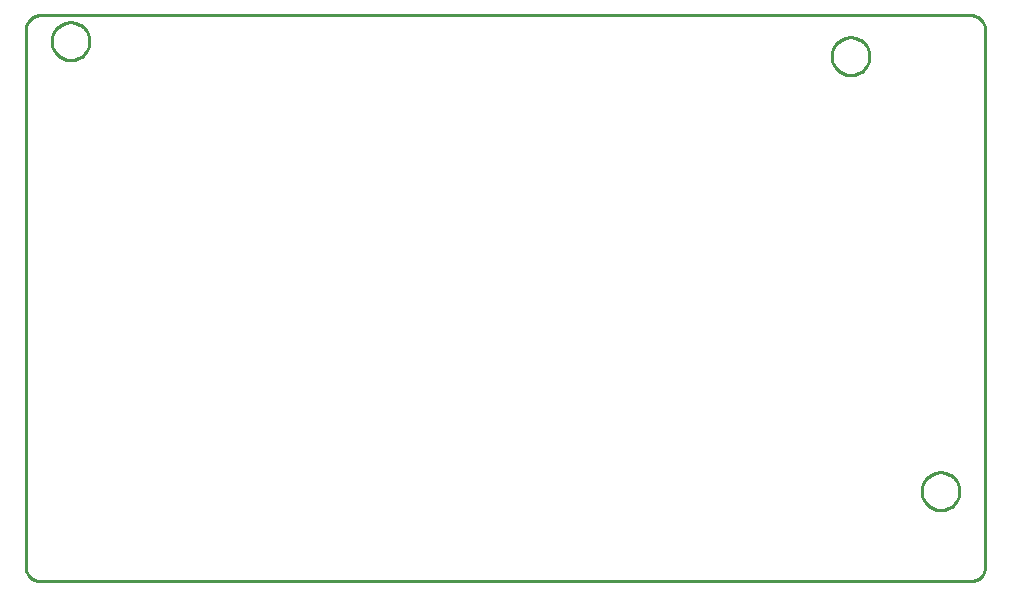
<source format=gbr>
G04 EAGLE Gerber RS-274X export*
G75*
%MOMM*%
%FSLAX34Y34*%
%LPD*%
%IN*%
%IPPOS*%
%AMOC8*
5,1,8,0,0,1.08239X$1,22.5*%
G01*
%ADD10C,0.254000*%


D10*
X0Y12700D02*
X48Y11593D01*
X193Y10495D01*
X433Y9413D01*
X766Y8356D01*
X1190Y7333D01*
X1701Y6350D01*
X2297Y5416D01*
X2971Y4537D01*
X3720Y3720D01*
X4537Y2971D01*
X5416Y2297D01*
X6350Y1701D01*
X7333Y1190D01*
X8356Y766D01*
X9413Y433D01*
X10495Y193D01*
X11593Y48D01*
X12700Y0D01*
X799900Y0D01*
X801007Y48D01*
X802105Y193D01*
X803187Y433D01*
X804244Y766D01*
X805267Y1190D01*
X806250Y1701D01*
X807184Y2297D01*
X808063Y2971D01*
X808880Y3720D01*
X809629Y4537D01*
X810303Y5416D01*
X810899Y6350D01*
X811410Y7333D01*
X811834Y8356D01*
X812167Y9413D01*
X812407Y10495D01*
X812552Y11593D01*
X812600Y12700D01*
X812600Y466600D01*
X812552Y467707D01*
X812407Y468805D01*
X812167Y469887D01*
X811834Y470944D01*
X811410Y471967D01*
X810899Y472950D01*
X810303Y473884D01*
X809629Y474763D01*
X808880Y475580D01*
X808063Y476329D01*
X807184Y477003D01*
X806250Y477599D01*
X805267Y478110D01*
X804244Y478534D01*
X803187Y478867D01*
X802105Y479107D01*
X801007Y479252D01*
X799900Y479300D01*
X12700Y479300D01*
X11593Y479252D01*
X10495Y479107D01*
X9413Y478867D01*
X8356Y478534D01*
X7333Y478110D01*
X6350Y477599D01*
X5416Y477003D01*
X4537Y476329D01*
X3720Y475580D01*
X2971Y474763D01*
X2297Y473884D01*
X1701Y472950D01*
X1190Y471967D01*
X766Y470944D01*
X433Y469887D01*
X193Y468805D01*
X48Y467707D01*
X0Y466600D01*
X0Y12700D01*
X54100Y456676D02*
X54032Y455631D01*
X53895Y454592D01*
X53690Y453565D01*
X53419Y452553D01*
X53083Y451561D01*
X52682Y450593D01*
X52218Y449654D01*
X51695Y448746D01*
X51113Y447875D01*
X50475Y447044D01*
X49784Y446257D01*
X49043Y445516D01*
X48256Y444825D01*
X47425Y444188D01*
X46554Y443606D01*
X45646Y443082D01*
X44707Y442618D01*
X43739Y442217D01*
X42747Y441881D01*
X41735Y441610D01*
X40708Y441405D01*
X39669Y441269D01*
X38624Y441200D01*
X37576Y441200D01*
X36531Y441269D01*
X35492Y441405D01*
X34465Y441610D01*
X33453Y441881D01*
X32461Y442217D01*
X31493Y442618D01*
X30554Y443082D01*
X29646Y443606D01*
X28775Y444188D01*
X27944Y444825D01*
X27157Y445516D01*
X26416Y446257D01*
X25725Y447044D01*
X25088Y447875D01*
X24506Y448746D01*
X23982Y449654D01*
X23518Y450593D01*
X23117Y451561D01*
X22781Y452553D01*
X22510Y453565D01*
X22305Y454592D01*
X22169Y455631D01*
X22100Y456676D01*
X22100Y457724D01*
X22169Y458769D01*
X22305Y459808D01*
X22510Y460835D01*
X22781Y461847D01*
X23117Y462839D01*
X23518Y463807D01*
X23982Y464746D01*
X24506Y465654D01*
X25088Y466525D01*
X25725Y467356D01*
X26416Y468143D01*
X27157Y468884D01*
X27944Y469575D01*
X28775Y470213D01*
X29646Y470795D01*
X30554Y471318D01*
X31493Y471782D01*
X32461Y472183D01*
X33453Y472519D01*
X34465Y472790D01*
X35492Y472995D01*
X36531Y473132D01*
X37576Y473200D01*
X38624Y473200D01*
X39669Y473132D01*
X40708Y472995D01*
X41735Y472790D01*
X42747Y472519D01*
X43739Y472183D01*
X44707Y471782D01*
X45646Y471318D01*
X46554Y470795D01*
X47425Y470213D01*
X48256Y469575D01*
X49043Y468884D01*
X49784Y468143D01*
X50475Y467356D01*
X51113Y466525D01*
X51695Y465654D01*
X52218Y464746D01*
X52682Y463807D01*
X53083Y462839D01*
X53419Y461847D01*
X53690Y460835D01*
X53895Y459808D01*
X54032Y458769D01*
X54100Y457724D01*
X54100Y456676D01*
X714500Y443976D02*
X714432Y442931D01*
X714295Y441892D01*
X714090Y440865D01*
X713819Y439853D01*
X713483Y438861D01*
X713082Y437893D01*
X712618Y436954D01*
X712095Y436046D01*
X711513Y435175D01*
X710875Y434344D01*
X710184Y433557D01*
X709443Y432816D01*
X708656Y432125D01*
X707825Y431488D01*
X706954Y430906D01*
X706046Y430382D01*
X705107Y429918D01*
X704139Y429517D01*
X703147Y429181D01*
X702135Y428910D01*
X701108Y428705D01*
X700069Y428569D01*
X699024Y428500D01*
X697976Y428500D01*
X696931Y428569D01*
X695892Y428705D01*
X694865Y428910D01*
X693853Y429181D01*
X692861Y429517D01*
X691893Y429918D01*
X690954Y430382D01*
X690046Y430906D01*
X689175Y431488D01*
X688344Y432125D01*
X687557Y432816D01*
X686816Y433557D01*
X686125Y434344D01*
X685488Y435175D01*
X684906Y436046D01*
X684382Y436954D01*
X683918Y437893D01*
X683517Y438861D01*
X683181Y439853D01*
X682910Y440865D01*
X682705Y441892D01*
X682569Y442931D01*
X682500Y443976D01*
X682500Y445024D01*
X682569Y446069D01*
X682705Y447108D01*
X682910Y448135D01*
X683181Y449147D01*
X683517Y450139D01*
X683918Y451107D01*
X684382Y452046D01*
X684906Y452954D01*
X685488Y453825D01*
X686125Y454656D01*
X686816Y455443D01*
X687557Y456184D01*
X688344Y456875D01*
X689175Y457513D01*
X690046Y458095D01*
X690954Y458618D01*
X691893Y459082D01*
X692861Y459483D01*
X693853Y459819D01*
X694865Y460090D01*
X695892Y460295D01*
X696931Y460432D01*
X697976Y460500D01*
X699024Y460500D01*
X700069Y460432D01*
X701108Y460295D01*
X702135Y460090D01*
X703147Y459819D01*
X704139Y459483D01*
X705107Y459082D01*
X706046Y458618D01*
X706954Y458095D01*
X707825Y457513D01*
X708656Y456875D01*
X709443Y456184D01*
X710184Y455443D01*
X710875Y454656D01*
X711513Y453825D01*
X712095Y452954D01*
X712618Y452046D01*
X713082Y451107D01*
X713483Y450139D01*
X713819Y449147D01*
X714090Y448135D01*
X714295Y447108D01*
X714432Y446069D01*
X714500Y445024D01*
X714500Y443976D01*
X790700Y75676D02*
X790632Y74631D01*
X790495Y73592D01*
X790290Y72565D01*
X790019Y71553D01*
X789683Y70561D01*
X789282Y69593D01*
X788818Y68654D01*
X788295Y67746D01*
X787713Y66875D01*
X787075Y66044D01*
X786384Y65257D01*
X785643Y64516D01*
X784856Y63825D01*
X784025Y63188D01*
X783154Y62606D01*
X782246Y62082D01*
X781307Y61618D01*
X780339Y61217D01*
X779347Y60881D01*
X778335Y60610D01*
X777308Y60405D01*
X776269Y60269D01*
X775224Y60200D01*
X774176Y60200D01*
X773131Y60269D01*
X772092Y60405D01*
X771065Y60610D01*
X770053Y60881D01*
X769061Y61217D01*
X768093Y61618D01*
X767154Y62082D01*
X766246Y62606D01*
X765375Y63188D01*
X764544Y63825D01*
X763757Y64516D01*
X763016Y65257D01*
X762325Y66044D01*
X761688Y66875D01*
X761106Y67746D01*
X760582Y68654D01*
X760118Y69593D01*
X759717Y70561D01*
X759381Y71553D01*
X759110Y72565D01*
X758905Y73592D01*
X758769Y74631D01*
X758700Y75676D01*
X758700Y76724D01*
X758769Y77769D01*
X758905Y78808D01*
X759110Y79835D01*
X759381Y80847D01*
X759717Y81839D01*
X760118Y82807D01*
X760582Y83746D01*
X761106Y84654D01*
X761688Y85525D01*
X762325Y86356D01*
X763016Y87143D01*
X763757Y87884D01*
X764544Y88575D01*
X765375Y89213D01*
X766246Y89795D01*
X767154Y90318D01*
X768093Y90782D01*
X769061Y91183D01*
X770053Y91519D01*
X771065Y91790D01*
X772092Y91995D01*
X773131Y92132D01*
X774176Y92200D01*
X775224Y92200D01*
X776269Y92132D01*
X777308Y91995D01*
X778335Y91790D01*
X779347Y91519D01*
X780339Y91183D01*
X781307Y90782D01*
X782246Y90318D01*
X783154Y89795D01*
X784025Y89213D01*
X784856Y88575D01*
X785643Y87884D01*
X786384Y87143D01*
X787075Y86356D01*
X787713Y85525D01*
X788295Y84654D01*
X788818Y83746D01*
X789282Y82807D01*
X789683Y81839D01*
X790019Y80847D01*
X790290Y79835D01*
X790495Y78808D01*
X790632Y77769D01*
X790700Y76724D01*
X790700Y75676D01*
M02*

</source>
